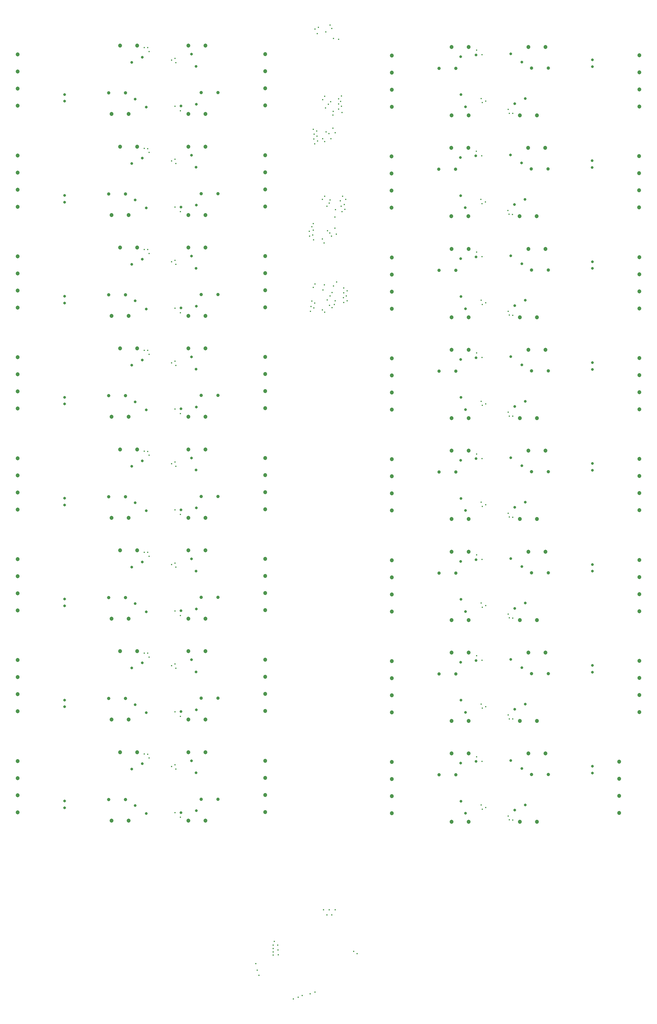
<source format=gbr>
%TF.GenerationSoftware,KiCad,Pcbnew,5.1.0-060a0da~80~ubuntu16.04.1*%
%TF.CreationDate,2019-04-29T20:39:02+02:00*%
%TF.ProjectId,Motorteiber002,4d6f746f-7274-4656-9962-65723030322e,rev?*%
%TF.SameCoordinates,Original*%
%TF.FileFunction,Plated,1,2,PTH,Drill*%
%TF.FilePolarity,Positive*%
%FSLAX46Y46*%
G04 Gerber Fmt 4.6, Leading zero omitted, Abs format (unit mm)*
G04 Created by KiCad (PCBNEW 5.1.0-060a0da~80~ubuntu16.04.1) date 2019-04-29 20:39:02*
%MOMM*%
%LPD*%
G04 APERTURE LIST*
%TA.AperFunction,ViaDrill*%
%ADD10C,0.400000*%
%TD*%
%TA.AperFunction,ViaDrill*%
%ADD11C,0.800000*%
%TD*%
%TA.AperFunction,ComponentDrill*%
%ADD12C,0.800000*%
%TD*%
%TA.AperFunction,ComponentDrill*%
%ADD13C,1.000000*%
%TD*%
%TA.AperFunction,ComponentDrill*%
%ADD14C,1.200000*%
%TD*%
G04 APERTURE END LIST*
D10*
X45169987Y-10199999D03*
X45169987Y-40200000D03*
X45169987Y-70199999D03*
X45169987Y-100200000D03*
X45169987Y-130200000D03*
X45169987Y-160200000D03*
X45169987Y-190200000D03*
X45169987Y-220200000D03*
X46170000Y-10249999D03*
X46170000Y-40250000D03*
X46170000Y-70249999D03*
X46170000Y-100250000D03*
X46170000Y-130250000D03*
X46170000Y-160250000D03*
X46170000Y-190250000D03*
X46170000Y-220250000D03*
X46570000Y-11399999D03*
X46570000Y-41399999D03*
X46570000Y-71399999D03*
X46570000Y-101400000D03*
X46570000Y-131400000D03*
X46570000Y-161400000D03*
X46570000Y-191400000D03*
X46570000Y-221400000D03*
X53262283Y-13906794D03*
X53262283Y-43906794D03*
X53262283Y-73906794D03*
X53262283Y-103906795D03*
X53262283Y-133906795D03*
X53262283Y-163906795D03*
X53262283Y-193906795D03*
X53262283Y-223906795D03*
X54278338Y-13426212D03*
X54278338Y-43426212D03*
X54278338Y-73426212D03*
X54278338Y-103426213D03*
X54278338Y-133426213D03*
X54278338Y-163426213D03*
X54278338Y-193426213D03*
X54278338Y-223426213D03*
X54304004Y-27641315D03*
X54304004Y-57641315D03*
X54304004Y-87641315D03*
X54304004Y-117641316D03*
X54304004Y-147641316D03*
X54304004Y-177641316D03*
X54304004Y-207641316D03*
X54304004Y-237641316D03*
X54585919Y-14663789D03*
X54585919Y-44663789D03*
X54585919Y-74663789D03*
X54585919Y-104663790D03*
X54585919Y-134663790D03*
X54585919Y-164663790D03*
X54585919Y-194663790D03*
X54585919Y-224663790D03*
X55920000Y-28999999D03*
X55920000Y-58999999D03*
X55920000Y-88999999D03*
X55920000Y-119000000D03*
X55920000Y-149000000D03*
X55920000Y-179000000D03*
X55920000Y-209000000D03*
X55920000Y-239000000D03*
X78374968Y-282476835D03*
X78824979Y-284471862D03*
X79274990Y-285982102D03*
X83500000Y-277000000D03*
X83500000Y-278000000D03*
X83500000Y-279000000D03*
X83500000Y-280000000D03*
X83883687Y-275858149D03*
X84839950Y-277001681D03*
X84960341Y-278451693D03*
X85006581Y-279901704D03*
X89500000Y-293000000D03*
X91012119Y-292513201D03*
X92125010Y-292000000D03*
X94272350Y-64842666D03*
X94372984Y-66294175D03*
X94500000Y-291500000D03*
X94603691Y-88624234D03*
X94760327Y-87174223D03*
X95000000Y-63500000D03*
X95072073Y-85589656D03*
X95311907Y-65950011D03*
X95500000Y-34500000D03*
X95500000Y-62500000D03*
X95500000Y-64500000D03*
X95500000Y-81500000D03*
X95568438Y-67400021D03*
X95637020Y-37400024D03*
X95665264Y-87620138D03*
X95720840Y-35950012D03*
X95886369Y-86170127D03*
X95913399Y-38850036D03*
X96000000Y-4725010D03*
X96000000Y-80500000D03*
X96000000Y-291000000D03*
X96500000Y-35000000D03*
X96537821Y-36526697D03*
X96675064Y-6097060D03*
X96719122Y-37976708D03*
X97017898Y-4225010D03*
X98149967Y-55342709D03*
X98149967Y-67075043D03*
X98149967Y-88149967D03*
X98284048Y-25684481D03*
X98284048Y-37325011D03*
X98300044Y-82225010D03*
X98500000Y-266500000D03*
X98675013Y-68274999D03*
X98800045Y-80774990D03*
X98816900Y-24683100D03*
X98816900Y-38183100D03*
X98816900Y-54448367D03*
X98874968Y-88874968D03*
X99073120Y-28175553D03*
X99180745Y-5570191D03*
X99274999Y-35275022D03*
X99500000Y-268000000D03*
X99524943Y-57345965D03*
X99649967Y-85225001D03*
X99667394Y-64668576D03*
X99924965Y-27075035D03*
X100118781Y-35811731D03*
X100225010Y-266500000D03*
X100237284Y-56467735D03*
X100312328Y-86812328D03*
X100387459Y-65362500D03*
X100424957Y-84075043D03*
X100500000Y-3500000D03*
X100500000Y-55500000D03*
X100634081Y-26328217D03*
X100675012Y-37324988D03*
X100902199Y-66219860D03*
X101000000Y-4500000D03*
X101000000Y-268000000D03*
X101049989Y-83049989D03*
X101049989Y-87549989D03*
X101293794Y-30293794D03*
X101293794Y-34206206D03*
X101351368Y-29210900D03*
X101500000Y-81073002D03*
X101512394Y-7537714D03*
X101762339Y-86541750D03*
X101874968Y-60625032D03*
X101874968Y-63874968D03*
X102000000Y-85500000D03*
X102000000Y-266500000D03*
X102018804Y-35500000D03*
X102077087Y-58422913D03*
X102324979Y-65675021D03*
X102375156Y-79849835D03*
X102969587Y-25454808D03*
X103000000Y-7725010D03*
X103000000Y-27000000D03*
X103000000Y-28500000D03*
X103487340Y-55742725D03*
X103632308Y-26203690D03*
X103719462Y-57330556D03*
X103828108Y-27671891D03*
X103862980Y-24599976D03*
X104000000Y-29500000D03*
X104000000Y-59000000D03*
X104217809Y-54401803D03*
X104433838Y-84564101D03*
X104541396Y-81664078D03*
X104548320Y-83114090D03*
X104562384Y-86014112D03*
X104712231Y-56824978D03*
X104838852Y-58274990D03*
X105095019Y-55375800D03*
X105299334Y-84049050D03*
X105500000Y-82500000D03*
X105500000Y-85500000D03*
X107502163Y-278874990D03*
X108500000Y-279500000D03*
X144000000Y-41000000D03*
X144080000Y-11000000D03*
X144080000Y-71000000D03*
X144080000Y-101000000D03*
X144080000Y-131000000D03*
X144080000Y-161000000D03*
X144080000Y-191000000D03*
X144080000Y-221000000D03*
X145334081Y-55336210D03*
X145414081Y-25336210D03*
X145414081Y-85336210D03*
X145414081Y-115336210D03*
X145414081Y-145336210D03*
X145414081Y-175336210D03*
X145414081Y-205336210D03*
X145414081Y-235336210D03*
X145615996Y-42358684D03*
X145641662Y-56573787D03*
X145695996Y-12358684D03*
X145695996Y-72358684D03*
X145695996Y-102358684D03*
X145695996Y-132358684D03*
X145695996Y-162358684D03*
X145695996Y-192358684D03*
X145695996Y-222358684D03*
X145721662Y-26573787D03*
X145721662Y-86573787D03*
X145721662Y-116573787D03*
X145721662Y-146573787D03*
X145721662Y-176573787D03*
X145721662Y-206573787D03*
X145721662Y-236573787D03*
X146657717Y-56093205D03*
X146737717Y-26093205D03*
X146737717Y-86093205D03*
X146737717Y-116093205D03*
X146737717Y-146093205D03*
X146737717Y-176093205D03*
X146737717Y-206093205D03*
X146737717Y-236093205D03*
X153350000Y-58600000D03*
X153430000Y-28600000D03*
X153430000Y-88600000D03*
X153430000Y-118600000D03*
X153430000Y-148600000D03*
X153430000Y-178600000D03*
X153430000Y-208600000D03*
X153430000Y-238600000D03*
X153750000Y-59750000D03*
X153830000Y-29750000D03*
X153830000Y-89750000D03*
X153830000Y-119750000D03*
X153830000Y-149750000D03*
X153830000Y-179750000D03*
X153830000Y-209750000D03*
X153830000Y-239750000D03*
X154750013Y-59800000D03*
X154830013Y-29800000D03*
X154830013Y-89800000D03*
X154830013Y-119800000D03*
X154830013Y-149800000D03*
X154830013Y-179800000D03*
X154830013Y-209800000D03*
X154830013Y-239800000D03*
D11*
X41470000Y-14649999D03*
X41470000Y-44650000D03*
X41470000Y-74649999D03*
X41470000Y-104650000D03*
X41470000Y-134650000D03*
X41470000Y-164650000D03*
X41470000Y-194650000D03*
X41470000Y-224650000D03*
X42440000Y-25499999D03*
X42440000Y-55499999D03*
X42440000Y-85499999D03*
X42440000Y-115500000D03*
X42440000Y-145500000D03*
X42440000Y-175500000D03*
X42440000Y-205500000D03*
X42440000Y-235500000D03*
X44620000Y-13099999D03*
X44620000Y-43100000D03*
X44620000Y-73099999D03*
X44620000Y-103100000D03*
X44620000Y-133100000D03*
X44620000Y-163100000D03*
X44620000Y-193100000D03*
X44620000Y-223100000D03*
X45770000Y-27899999D03*
X45770000Y-57899999D03*
X45770000Y-87899999D03*
X45770000Y-117900000D03*
X45770000Y-147900000D03*
X45770000Y-177900000D03*
X45770000Y-207900000D03*
X45770000Y-237900000D03*
X56122085Y-27591029D03*
X56122085Y-57591029D03*
X56122085Y-87591029D03*
X56122085Y-117591030D03*
X56122085Y-147591030D03*
X56122085Y-177591030D03*
X56122085Y-207591030D03*
X56122085Y-237591030D03*
X59240000Y-12179999D03*
X59240000Y-42179999D03*
X59240000Y-72179999D03*
X59240000Y-102180000D03*
X59240000Y-132180000D03*
X59240000Y-162180000D03*
X59240000Y-192180000D03*
X59240000Y-222180000D03*
X60568464Y-15796928D03*
X60568464Y-45796928D03*
X60568464Y-75796928D03*
X60568464Y-105796929D03*
X60568464Y-135796929D03*
X60568464Y-165796929D03*
X60568464Y-195796929D03*
X60568464Y-225796929D03*
X60673651Y-27067727D03*
X60673651Y-57067727D03*
X60673651Y-87067727D03*
X60673651Y-117067728D03*
X60673651Y-147067728D03*
X60673651Y-177067728D03*
X60673651Y-207067728D03*
X60673651Y-237067728D03*
X139246349Y-42932272D03*
X139326349Y-12932272D03*
X139326349Y-72932272D03*
X139326349Y-102932272D03*
X139326349Y-132932272D03*
X139326349Y-162932272D03*
X139326349Y-192932272D03*
X139326349Y-222932272D03*
X139351536Y-54203071D03*
X139431536Y-24203071D03*
X139431536Y-84203071D03*
X139431536Y-114203071D03*
X139431536Y-144203071D03*
X139431536Y-174203071D03*
X139431536Y-204203071D03*
X139431536Y-234203071D03*
X140680000Y-57820000D03*
X140760000Y-27820000D03*
X140760000Y-87820000D03*
X140760000Y-117820000D03*
X140760000Y-147820000D03*
X140760000Y-177820000D03*
X140760000Y-207820000D03*
X140760000Y-237820000D03*
X143797915Y-42408970D03*
X143877915Y-12408970D03*
X143877915Y-72408970D03*
X143877915Y-102408970D03*
X143877915Y-132408970D03*
X143877915Y-162408970D03*
X143877915Y-192408970D03*
X143877915Y-222408970D03*
X154150000Y-42100000D03*
X154230000Y-12100000D03*
X154230000Y-72100000D03*
X154230000Y-102100000D03*
X154230000Y-132100000D03*
X154230000Y-162100000D03*
X154230000Y-192100000D03*
X154230000Y-222100000D03*
X155300000Y-56900000D03*
X155380000Y-26900000D03*
X155380000Y-86900000D03*
X155380000Y-116900000D03*
X155380000Y-146900000D03*
X155380000Y-176900000D03*
X155380000Y-206900000D03*
X155380000Y-236900000D03*
X157480000Y-44500000D03*
X157560000Y-14500000D03*
X157560000Y-74500000D03*
X157560000Y-104500000D03*
X157560000Y-134500000D03*
X157560000Y-164500000D03*
X157560000Y-194500000D03*
X157560000Y-224500000D03*
X158450000Y-55350000D03*
X158530000Y-25350000D03*
X158530000Y-85350000D03*
X158530000Y-115350000D03*
X158530000Y-145350000D03*
X158530000Y-175350000D03*
X158530000Y-205350000D03*
X158530000Y-235350000D03*
D12*
%TO.C,C1305*%
X21470000Y-144150000D03*
X21470000Y-146150000D03*
%TO.C,C2305*%
X178530000Y-163850000D03*
X178530000Y-165850000D03*
%TO.C,C1605*%
X21470000Y-54150000D03*
X21470000Y-56150000D03*
%TO.C,C1905*%
X178450000Y-43850000D03*
X178450000Y-45850000D03*
%TO.C,C1705*%
X21470000Y-24150000D03*
X21470000Y-26150000D03*
%TO.C,C1005*%
X21470000Y-234150000D03*
X21470000Y-236150000D03*
%TO.C,C1505*%
X21470000Y-84150000D03*
X21470000Y-86150000D03*
%TO.C,C2405*%
X178530000Y-193850000D03*
X178530000Y-195850000D03*
%TO.C,C1805*%
X178530000Y-13850000D03*
X178530000Y-15850000D03*
%TO.C,C2505*%
X178530000Y-223850000D03*
X178530000Y-225850000D03*
%TO.C,C2005*%
X178530000Y-73850000D03*
X178530000Y-75850000D03*
%TO.C,C1405*%
X21470000Y-114150000D03*
X21470000Y-116150000D03*
%TO.C,C2205*%
X178530000Y-133850000D03*
X178530000Y-135850000D03*
%TO.C,C2105*%
X178530000Y-103850000D03*
X178530000Y-105850000D03*
%TO.C,C1105*%
X21470000Y-204150000D03*
X21470000Y-206150000D03*
%TO.C,C1205*%
X21470000Y-174150000D03*
X21470000Y-176150000D03*
D13*
%TO.C,C1003*%
X62110000Y-233610000D03*
X67110000Y-233610000D03*
%TO.C,C2303*%
X132890000Y-166390000D03*
X137890000Y-166390000D03*
%TO.C,C1903*%
X132810000Y-46390000D03*
X137810000Y-46390000D03*
%TO.C,C1301*%
X34570000Y-143700000D03*
X39570000Y-143700000D03*
%TO.C,C1401*%
X34570000Y-113700000D03*
X39570000Y-113700000D03*
%TO.C,C2403*%
X132890000Y-196390000D03*
X137890000Y-196390000D03*
%TO.C,C1601*%
X34570000Y-53700000D03*
X39570000Y-53700000D03*
%TO.C,C1501*%
X34570000Y-83699999D03*
X39570000Y-83699999D03*
%TO.C,C1701*%
X34570000Y-23699999D03*
X39570000Y-23699999D03*
%TO.C,C2501*%
X160430000Y-226300000D03*
X165430000Y-226300000D03*
%TO.C,C1803*%
X132890000Y-16390000D03*
X137890000Y-16390000D03*
%TO.C,C1001*%
X34570000Y-233700000D03*
X39570000Y-233700000D03*
%TO.C,C1503*%
X62110000Y-83609999D03*
X67110000Y-83609999D03*
%TO.C,C2503*%
X132890000Y-226390000D03*
X137890000Y-226390000D03*
%TO.C,C2003*%
X132890000Y-76390000D03*
X137890000Y-76390000D03*
%TO.C,C2401*%
X160430000Y-196300000D03*
X165430000Y-196300000D03*
%TO.C,C1901*%
X160350000Y-46300000D03*
X165350000Y-46300000D03*
%TO.C,C1801*%
X160430000Y-16300000D03*
X165430000Y-16300000D03*
%TO.C,C2203*%
X132890000Y-136390000D03*
X137890000Y-136390000D03*
%TO.C,C2103*%
X132890000Y-106390000D03*
X137890000Y-106390000D03*
%TO.C,C2001*%
X160430000Y-76300000D03*
X165430000Y-76300000D03*
%TO.C,C1703*%
X62110000Y-23609999D03*
X67110000Y-23609999D03*
%TO.C,C1403*%
X62110000Y-113610000D03*
X67110000Y-113610000D03*
%TO.C,C2301*%
X160430000Y-166300000D03*
X165430000Y-166300000D03*
%TO.C,C1203*%
X62110000Y-173610000D03*
X67110000Y-173610000D03*
%TO.C,C2101*%
X160430000Y-106300000D03*
X165430000Y-106300000D03*
%TO.C,C1303*%
X62110000Y-143610000D03*
X67110000Y-143610000D03*
%TO.C,C1603*%
X62110000Y-53609999D03*
X67110000Y-53609999D03*
%TO.C,C1201*%
X34570000Y-173700000D03*
X39570000Y-173700000D03*
%TO.C,C2201*%
X160430000Y-136300000D03*
X165430000Y-136300000D03*
%TO.C,C1101*%
X34570000Y-203700000D03*
X39570000Y-203700000D03*
%TO.C,C1103*%
X62110000Y-203610000D03*
X67110000Y-203610000D03*
D14*
%TO.C,R2002*%
X159480000Y-70040000D03*
X164560000Y-70040000D03*
%TO.C,R2302*%
X159480000Y-160040000D03*
X164560000Y-160040000D03*
%TO.C,J1502*%
X81160000Y-72179999D03*
X81160000Y-77259999D03*
X81160000Y-82339999D03*
X81160000Y-87419999D03*
%TO.C,J2101*%
X192500000Y-102500000D03*
X192500000Y-107580000D03*
X192500000Y-112660000D03*
X192500000Y-117740000D03*
%TO.C,R1403*%
X37980000Y-99640000D03*
X43060000Y-99640000D03*
%TO.C,R1602*%
X35440000Y-59959999D03*
X40520000Y-59959999D03*
%TO.C,R1703*%
X37980000Y-9639999D03*
X43060000Y-9639999D03*
%TO.C,R1001*%
X58300000Y-239960000D03*
X63380000Y-239960000D03*
%TO.C,J2001*%
X192500000Y-72500000D03*
X192500000Y-77580000D03*
X192500000Y-82660000D03*
X192500000Y-87740000D03*
%TO.C,R1503*%
X37980000Y-69639999D03*
X43060000Y-69639999D03*
%TO.C,R1201*%
X58300000Y-179960000D03*
X63380000Y-179960000D03*
%TO.C,R2003*%
X156940000Y-90360000D03*
X162020000Y-90360000D03*
%TO.C,J1802*%
X118840000Y-12580000D03*
X118840000Y-17660000D03*
X118840000Y-22740000D03*
X118840000Y-27820000D03*
%TO.C,R2303*%
X156940000Y-180360000D03*
X162020000Y-180360000D03*
%TO.C,R1801*%
X136620000Y-10040000D03*
X141700000Y-10040000D03*
%TO.C,R1002*%
X35440000Y-239960000D03*
X40520000Y-239960000D03*
%TO.C,J1601*%
X7500000Y-42260000D03*
X7500000Y-47340000D03*
X7500000Y-52420000D03*
X7500000Y-57500000D03*
%TO.C,R2202*%
X159480000Y-130040000D03*
X164560000Y-130040000D03*
%TO.C,J1202*%
X81160000Y-162180000D03*
X81160000Y-167260000D03*
X81160000Y-172340000D03*
X81160000Y-177420000D03*
%TO.C,R1902*%
X159400000Y-40040000D03*
X164480000Y-40040000D03*
%TO.C,R2001*%
X136620000Y-70040000D03*
X141700000Y-70040000D03*
%TO.C,R2502*%
X159480000Y-220040000D03*
X164560000Y-220040000D03*
%TO.C,J2102*%
X118840000Y-102580000D03*
X118840000Y-107660000D03*
X118840000Y-112740000D03*
X118840000Y-117820000D03*
%TO.C,R1401*%
X58300000Y-119960000D03*
X63380000Y-119960000D03*
%TO.C,R1202*%
X35440000Y-179960000D03*
X40520000Y-179960000D03*
%TO.C,R2201*%
X136620000Y-130040000D03*
X141700000Y-130040000D03*
%TO.C,J1302*%
X81160000Y-132179999D03*
X81160000Y-137259999D03*
X81160000Y-142339999D03*
X81160000Y-147419999D03*
%TO.C,J1101*%
X7500000Y-192260000D03*
X7500000Y-197340000D03*
X7500000Y-202420000D03*
X7500000Y-207500000D03*
%TO.C,R1901*%
X136540000Y-40040000D03*
X141620000Y-40040000D03*
%TO.C,J2202*%
X118840000Y-132580000D03*
X118840000Y-137660000D03*
X118840000Y-142740000D03*
X118840000Y-147820000D03*
%TO.C,R2501*%
X136620000Y-220040000D03*
X141700000Y-220040000D03*
%TO.C,R2103*%
X156940000Y-120360000D03*
X162020000Y-120360000D03*
%TO.C,R1304*%
X58300000Y-129640000D03*
X63380000Y-129640000D03*
%TO.C,R2403*%
X156940000Y-210360000D03*
X162020000Y-210360000D03*
%TO.C,R1004*%
X58300000Y-219640000D03*
X63380000Y-219640000D03*
%TO.C,J2501*%
X186500000Y-222500000D03*
X186500000Y-227580000D03*
X186500000Y-232660000D03*
X186500000Y-237740000D03*
%TO.C,R1704*%
X58300000Y-9639999D03*
X63380000Y-9639999D03*
%TO.C,R1302*%
X35440000Y-149960000D03*
X40520000Y-149960000D03*
%TO.C,R2503*%
X156940000Y-240360000D03*
X162020000Y-240360000D03*
%TO.C,R2004*%
X136620000Y-90360000D03*
X141700000Y-90360000D03*
%TO.C,J1102*%
X81160000Y-192180000D03*
X81160000Y-197260000D03*
X81160000Y-202340000D03*
X81160000Y-207420000D03*
%TO.C,R2304*%
X136620000Y-180360000D03*
X141700000Y-180360000D03*
%TO.C,R1603*%
X37980000Y-39640000D03*
X43060000Y-39640000D03*
%TO.C,J2402*%
X118840000Y-192580000D03*
X118840000Y-197660000D03*
X118840000Y-202740000D03*
X118840000Y-207820000D03*
%TO.C,R1601*%
X58300000Y-59959999D03*
X63380000Y-59959999D03*
%TO.C,R1404*%
X58300000Y-99640000D03*
X63380000Y-99640000D03*
%TO.C,R1203*%
X37980000Y-159640000D03*
X43060000Y-159640000D03*
%TO.C,R1904*%
X136540000Y-60360000D03*
X141620000Y-60360000D03*
%TO.C,J2301*%
X192500000Y-162500000D03*
X192500000Y-167580000D03*
X192500000Y-172660000D03*
X192500000Y-177740000D03*
%TO.C,J1801*%
X192500000Y-12500000D03*
X192500000Y-17580000D03*
X192500000Y-22660000D03*
X192500000Y-27740000D03*
%TO.C,J1402*%
X81160000Y-102179999D03*
X81160000Y-107259999D03*
X81160000Y-112339999D03*
X81160000Y-117419999D03*
%TO.C,J1501*%
X7500000Y-72260000D03*
X7500000Y-77340000D03*
X7500000Y-82420000D03*
X7500000Y-87500000D03*
%TO.C,R1604*%
X58300000Y-39639999D03*
X63380000Y-39639999D03*
%TO.C,R1504*%
X58300000Y-69639999D03*
X63380000Y-69639999D03*
%TO.C,J1201*%
X7500000Y-162260000D03*
X7500000Y-167340000D03*
X7500000Y-172420000D03*
X7500000Y-177500000D03*
%TO.C,J1401*%
X7500000Y-102260000D03*
X7500000Y-107340000D03*
X7500000Y-112420000D03*
X7500000Y-117500000D03*
%TO.C,R2101*%
X136620000Y-100040000D03*
X141700000Y-100040000D03*
%TO.C,R1802*%
X159480000Y-10040000D03*
X164560000Y-10040000D03*
%TO.C,J1901*%
X192420000Y-42500000D03*
X192420000Y-47580000D03*
X192420000Y-52660000D03*
X192420000Y-57740000D03*
%TO.C,R2204*%
X136620000Y-150360000D03*
X141700000Y-150360000D03*
%TO.C,R2401*%
X136620000Y-190040000D03*
X141700000Y-190040000D03*
%TO.C,J2302*%
X118840000Y-162580000D03*
X118840000Y-167660000D03*
X118840000Y-172740000D03*
X118840000Y-177820000D03*
%TO.C,J2201*%
X192500000Y-132500000D03*
X192500000Y-137580000D03*
X192500000Y-142660000D03*
X192500000Y-147740000D03*
%TO.C,R1102*%
X35440000Y-209960000D03*
X40520000Y-209960000D03*
%TO.C,R1101*%
X58300000Y-209960000D03*
X63380000Y-209960000D03*
%TO.C,R2102*%
X159480000Y-100040000D03*
X164560000Y-100040000D03*
%TO.C,R1501*%
X58300000Y-89959999D03*
X63380000Y-89959999D03*
%TO.C,R1803*%
X156940000Y-30360000D03*
X162020000Y-30360000D03*
%TO.C,J1602*%
X81160000Y-42179999D03*
X81160000Y-47259999D03*
X81160000Y-52339999D03*
X81160000Y-57419999D03*
%TO.C,R1903*%
X156860000Y-60360000D03*
X161940000Y-60360000D03*
%TO.C,R2402*%
X159480000Y-190040000D03*
X164560000Y-190040000D03*
%TO.C,R1003*%
X37980000Y-219640000D03*
X43060000Y-219640000D03*
%TO.C,J1001*%
X7500000Y-222260000D03*
X7500000Y-227340000D03*
X7500000Y-232420000D03*
X7500000Y-237500000D03*
%TO.C,R2301*%
X136620000Y-160040000D03*
X141700000Y-160040000D03*
%TO.C,R1301*%
X58300000Y-149960000D03*
X63380000Y-149960000D03*
%TO.C,R1104*%
X58300000Y-189640000D03*
X63380000Y-189640000D03*
%TO.C,J2002*%
X118840000Y-72580000D03*
X118840000Y-77660000D03*
X118840000Y-82740000D03*
X118840000Y-87820000D03*
%TO.C,R1402*%
X35440000Y-119960000D03*
X40520000Y-119960000D03*
%TO.C,J1702*%
X81160000Y-12179999D03*
X81160000Y-17259999D03*
X81160000Y-22339999D03*
X81160000Y-27419999D03*
%TO.C,R1103*%
X37980000Y-189640000D03*
X43060000Y-189640000D03*
%TO.C,R2504*%
X136620000Y-240360000D03*
X141700000Y-240360000D03*
%TO.C,R2203*%
X156940000Y-150360000D03*
X162020000Y-150360000D03*
%TO.C,R1702*%
X35440000Y-29959999D03*
X40520000Y-29959999D03*
%TO.C,R1204*%
X58300000Y-159640000D03*
X63380000Y-159640000D03*
%TO.C,J2502*%
X118840000Y-222580000D03*
X118840000Y-227660000D03*
X118840000Y-232740000D03*
X118840000Y-237820000D03*
%TO.C,R2104*%
X136620000Y-120360000D03*
X141700000Y-120360000D03*
%TO.C,J1301*%
X7500000Y-132260000D03*
X7500000Y-137340000D03*
X7500000Y-142420000D03*
X7500000Y-147500000D03*
%TO.C,J1902*%
X118760000Y-42580000D03*
X118760000Y-47660000D03*
X118760000Y-52740000D03*
X118760000Y-57820000D03*
%TO.C,J2401*%
X192500000Y-192500000D03*
X192500000Y-197580000D03*
X192500000Y-202660000D03*
X192500000Y-207740000D03*
%TO.C,R2404*%
X136620000Y-210360000D03*
X141700000Y-210360000D03*
%TO.C,J1002*%
X81160000Y-222180000D03*
X81160000Y-227260000D03*
X81160000Y-232340000D03*
X81160000Y-237420000D03*
%TO.C,R1303*%
X37980000Y-129640000D03*
X43060000Y-129640000D03*
%TO.C,J1701*%
X7500000Y-12260000D03*
X7500000Y-17340000D03*
X7500000Y-22420000D03*
X7500000Y-27500000D03*
%TO.C,R1804*%
X136620000Y-30360000D03*
X141700000Y-30360000D03*
%TO.C,R1701*%
X58300000Y-29959999D03*
X63380000Y-29959999D03*
%TO.C,R1502*%
X35440000Y-89959999D03*
X40520000Y-89959999D03*
M02*

</source>
